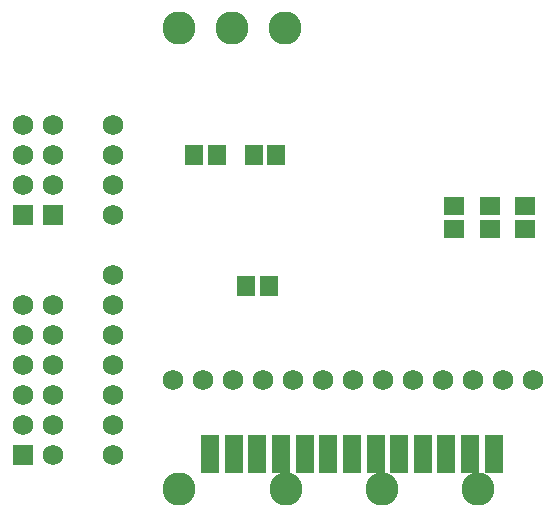
<source format=gts>
G04 (created by PCBNEW-RS274X (2012-01-19 BZR 3256)-stable) date Mon 10 Dec 2012 14:48:19 GMT*
G01*
G70*
G90*
%MOIN*%
G04 Gerber Fmt 3.4, Leading zero omitted, Abs format*
%FSLAX34Y34*%
G04 APERTURE LIST*
%ADD10C,0.006000*%
%ADD11R,0.059200X0.126100*%
%ADD12C,0.110400*%
%ADD13R,0.059200X0.067100*%
%ADD14R,0.067100X0.059200*%
%ADD15C,0.068000*%
%ADD16R,0.068000X0.068000*%
G04 APERTURE END LIST*
G54D10*
G54D11*
X66674Y-46457D03*
X65887Y-46457D03*
X65099Y-46457D03*
X64312Y-46457D03*
X63524Y-46457D03*
X62737Y-46457D03*
X61950Y-46457D03*
X61162Y-46457D03*
X60375Y-46457D03*
X59587Y-46457D03*
X58800Y-46457D03*
X58013Y-46457D03*
X57225Y-46457D03*
G54D12*
X56181Y-32283D03*
X57953Y-32283D03*
X59724Y-32283D03*
X56181Y-47638D03*
X59764Y-47638D03*
X62953Y-47638D03*
X66142Y-47638D03*
G54D13*
X56692Y-36496D03*
X57442Y-36496D03*
G54D14*
X66535Y-38208D03*
X66535Y-38958D03*
X67717Y-38208D03*
X67717Y-38958D03*
G54D13*
X58424Y-40866D03*
X59174Y-40866D03*
X58680Y-36496D03*
X59430Y-36496D03*
G54D15*
X63000Y-44000D03*
X54000Y-35500D03*
X54000Y-43500D03*
X54000Y-36500D03*
X56000Y-44000D03*
X57000Y-44000D03*
X58000Y-44000D03*
X59000Y-44000D03*
X60000Y-44000D03*
X61000Y-44000D03*
X62000Y-44000D03*
X54000Y-42500D03*
X64000Y-44000D03*
X65000Y-44000D03*
X66000Y-44000D03*
X67000Y-44000D03*
X68000Y-44000D03*
X54000Y-45500D03*
X54000Y-44500D03*
X54000Y-46500D03*
X54000Y-40500D03*
X54000Y-38500D03*
X54000Y-41500D03*
X54000Y-37500D03*
G54D16*
X51000Y-46500D03*
G54D15*
X52000Y-46500D03*
X51000Y-45500D03*
X52000Y-45500D03*
X51000Y-44500D03*
X52000Y-44500D03*
X52000Y-43500D03*
X51000Y-43500D03*
X52000Y-42500D03*
X51000Y-42500D03*
X52000Y-41500D03*
X51000Y-41500D03*
G54D16*
X52000Y-38500D03*
G54D15*
X52000Y-37500D03*
X52000Y-36500D03*
X52000Y-35500D03*
G54D14*
X65354Y-38208D03*
X65354Y-38958D03*
G54D16*
X51000Y-38500D03*
G54D15*
X51000Y-37500D03*
X51000Y-36500D03*
X51000Y-35500D03*
M02*

</source>
